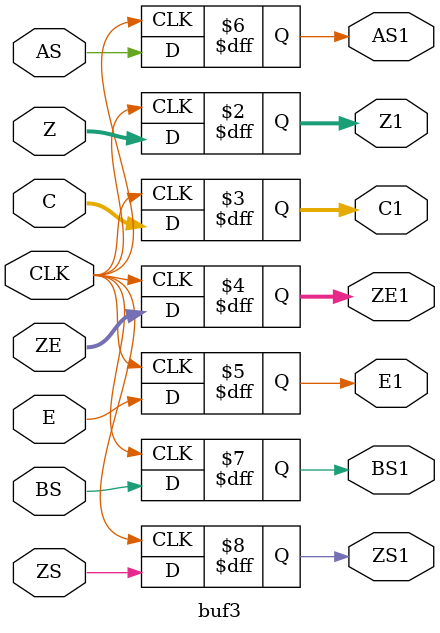
<source format=v>
`timescale 1ns / 1ps
module buf3(
    input [23:0] Z,
    input [4:0] C,
    input [7:0] ZE,
    input E,
    input AS,
    input BS,ZS,
	 input CLK,
    output reg [23:0] Z1,
    output reg [4:0] C1,
    output reg [7:0] ZE1,
    output reg E1,
    output reg AS1,
    output reg BS1,ZS1
    );

always @(posedge CLK) begin
Z1<=Z;
C1<=C;
ZE1<=ZE;
E1<=E;
ZS1<=ZS;
AS1<=AS;
BS1<=BS;
end
endmodule

</source>
